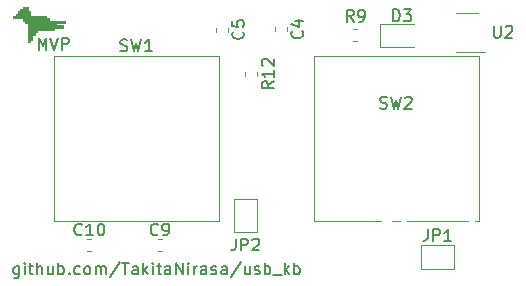
<source format=gto>
G04 #@! TF.GenerationSoftware,KiCad,Pcbnew,5.1.5+dfsg1-2build2*
G04 #@! TF.CreationDate,2021-10-11T18:11:35+03:00*
G04 #@! TF.ProjectId,usb_kb,7573625f-6b62-42e6-9b69-6361645f7063,rev?*
G04 #@! TF.SameCoordinates,Original*
G04 #@! TF.FileFunction,Legend,Top*
G04 #@! TF.FilePolarity,Positive*
%FSLAX46Y46*%
G04 Gerber Fmt 4.6, Leading zero omitted, Abs format (unit mm)*
G04 Created by KiCad (PCBNEW 5.1.5+dfsg1-2build2) date 2021-10-11 18:11:35*
%MOMM*%
%LPD*%
G04 APERTURE LIST*
%ADD10C,0.150000*%
%ADD11C,0.010000*%
%ADD12C,0.120000*%
%ADD13O,1.000000X2.100000*%
%ADD14C,0.650000*%
%ADD15O,1.000000X1.600000*%
%ADD16C,1.700000*%
%ADD17C,4.000000*%
%ADD18C,2.200000*%
%ADD19C,0.100000*%
%ADD20C,1.500000*%
%ADD21R,1.060000X0.650000*%
%ADD22O,1.700000X1.700000*%
%ADD23R,1.700000X1.700000*%
G04 APERTURE END LIST*
D10*
X163738095Y-70452380D02*
X163738095Y-69452380D01*
X164071428Y-70166666D01*
X164404761Y-69452380D01*
X164404761Y-70452380D01*
X164738095Y-69452380D02*
X165071428Y-70452380D01*
X165404761Y-69452380D01*
X165738095Y-70452380D02*
X165738095Y-69452380D01*
X166119047Y-69452380D01*
X166214285Y-69500000D01*
X166261904Y-69547619D01*
X166309523Y-69642857D01*
X166309523Y-69785714D01*
X166261904Y-69880952D01*
X166214285Y-69928571D01*
X166119047Y-69976190D01*
X165738095Y-69976190D01*
D11*
G36*
X162800000Y-67200000D02*
G01*
X163000000Y-67200000D01*
X163000000Y-67600000D01*
X164400000Y-67600000D01*
X164400000Y-67800000D01*
X164600000Y-67800000D01*
X164600000Y-68000000D01*
X166000000Y-68000000D01*
X166000000Y-68200000D01*
X165200000Y-68200000D01*
X165200000Y-68400000D01*
X165800000Y-68400000D01*
X165800000Y-68600000D01*
X165000000Y-68600000D01*
X165000000Y-68800000D01*
X163600000Y-68800000D01*
X163600000Y-69000000D01*
X163400000Y-69000000D01*
X163400000Y-69200000D01*
X163200000Y-69200000D01*
X163200000Y-69600000D01*
X163000000Y-69600000D01*
X163000000Y-69800000D01*
X162800000Y-69800000D01*
X162800000Y-68200000D01*
X162600000Y-68200000D01*
X162600000Y-68000000D01*
X162400000Y-68000000D01*
X162400000Y-67800000D01*
X161600000Y-67800000D01*
X161600000Y-67600000D01*
X161800000Y-67600000D01*
X161800000Y-67400000D01*
X162000000Y-67400000D01*
X162000000Y-67200000D01*
X162200000Y-67200000D01*
X162200000Y-67000000D01*
X162400000Y-67000000D01*
X162400000Y-66800000D01*
X162800000Y-66800000D01*
X162800000Y-67200000D01*
G37*
X162800000Y-67200000D02*
X163000000Y-67200000D01*
X163000000Y-67600000D01*
X164400000Y-67600000D01*
X164400000Y-67800000D01*
X164600000Y-67800000D01*
X164600000Y-68000000D01*
X166000000Y-68000000D01*
X166000000Y-68200000D01*
X165200000Y-68200000D01*
X165200000Y-68400000D01*
X165800000Y-68400000D01*
X165800000Y-68600000D01*
X165000000Y-68600000D01*
X165000000Y-68800000D01*
X163600000Y-68800000D01*
X163600000Y-69000000D01*
X163400000Y-69000000D01*
X163400000Y-69200000D01*
X163200000Y-69200000D01*
X163200000Y-69600000D01*
X163000000Y-69600000D01*
X163000000Y-69800000D01*
X162800000Y-69800000D01*
X162800000Y-68200000D01*
X162600000Y-68200000D01*
X162600000Y-68000000D01*
X162400000Y-68000000D01*
X162400000Y-67800000D01*
X161600000Y-67800000D01*
X161600000Y-67600000D01*
X161800000Y-67600000D01*
X161800000Y-67400000D01*
X162000000Y-67400000D01*
X162000000Y-67200000D01*
X162200000Y-67200000D01*
X162200000Y-67000000D01*
X162400000Y-67000000D01*
X162400000Y-66800000D01*
X162800000Y-66800000D01*
X162800000Y-67200000D01*
D10*
X162082142Y-88810714D02*
X162082142Y-89620238D01*
X162034523Y-89715476D01*
X161986904Y-89763095D01*
X161891666Y-89810714D01*
X161748809Y-89810714D01*
X161653571Y-89763095D01*
X162082142Y-89429761D02*
X161986904Y-89477380D01*
X161796428Y-89477380D01*
X161701190Y-89429761D01*
X161653571Y-89382142D01*
X161605952Y-89286904D01*
X161605952Y-89001190D01*
X161653571Y-88905952D01*
X161701190Y-88858333D01*
X161796428Y-88810714D01*
X161986904Y-88810714D01*
X162082142Y-88858333D01*
X162558333Y-89477380D02*
X162558333Y-88810714D01*
X162558333Y-88477380D02*
X162510714Y-88525000D01*
X162558333Y-88572619D01*
X162605952Y-88525000D01*
X162558333Y-88477380D01*
X162558333Y-88572619D01*
X162891666Y-88810714D02*
X163272619Y-88810714D01*
X163034523Y-88477380D02*
X163034523Y-89334523D01*
X163082142Y-89429761D01*
X163177380Y-89477380D01*
X163272619Y-89477380D01*
X163605952Y-89477380D02*
X163605952Y-88477380D01*
X164034523Y-89477380D02*
X164034523Y-88953571D01*
X163986904Y-88858333D01*
X163891666Y-88810714D01*
X163748809Y-88810714D01*
X163653571Y-88858333D01*
X163605952Y-88905952D01*
X164939285Y-88810714D02*
X164939285Y-89477380D01*
X164510714Y-88810714D02*
X164510714Y-89334523D01*
X164558333Y-89429761D01*
X164653571Y-89477380D01*
X164796428Y-89477380D01*
X164891666Y-89429761D01*
X164939285Y-89382142D01*
X165415476Y-89477380D02*
X165415476Y-88477380D01*
X165415476Y-88858333D02*
X165510714Y-88810714D01*
X165701190Y-88810714D01*
X165796428Y-88858333D01*
X165844047Y-88905952D01*
X165891666Y-89001190D01*
X165891666Y-89286904D01*
X165844047Y-89382142D01*
X165796428Y-89429761D01*
X165701190Y-89477380D01*
X165510714Y-89477380D01*
X165415476Y-89429761D01*
X166320238Y-89382142D02*
X166367857Y-89429761D01*
X166320238Y-89477380D01*
X166272619Y-89429761D01*
X166320238Y-89382142D01*
X166320238Y-89477380D01*
X167225000Y-89429761D02*
X167129761Y-89477380D01*
X166939285Y-89477380D01*
X166844047Y-89429761D01*
X166796428Y-89382142D01*
X166748809Y-89286904D01*
X166748809Y-89001190D01*
X166796428Y-88905952D01*
X166844047Y-88858333D01*
X166939285Y-88810714D01*
X167129761Y-88810714D01*
X167225000Y-88858333D01*
X167796428Y-89477380D02*
X167701190Y-89429761D01*
X167653571Y-89382142D01*
X167605952Y-89286904D01*
X167605952Y-89001190D01*
X167653571Y-88905952D01*
X167701190Y-88858333D01*
X167796428Y-88810714D01*
X167939285Y-88810714D01*
X168034523Y-88858333D01*
X168082142Y-88905952D01*
X168129761Y-89001190D01*
X168129761Y-89286904D01*
X168082142Y-89382142D01*
X168034523Y-89429761D01*
X167939285Y-89477380D01*
X167796428Y-89477380D01*
X168558333Y-89477380D02*
X168558333Y-88810714D01*
X168558333Y-88905952D02*
X168605952Y-88858333D01*
X168701190Y-88810714D01*
X168844047Y-88810714D01*
X168939285Y-88858333D01*
X168986904Y-88953571D01*
X168986904Y-89477380D01*
X168986904Y-88953571D02*
X169034523Y-88858333D01*
X169129761Y-88810714D01*
X169272619Y-88810714D01*
X169367857Y-88858333D01*
X169415476Y-88953571D01*
X169415476Y-89477380D01*
X170605952Y-88429761D02*
X169748809Y-89715476D01*
X170796428Y-88477380D02*
X171367857Y-88477380D01*
X171082142Y-89477380D02*
X171082142Y-88477380D01*
X172129761Y-89477380D02*
X172129761Y-88953571D01*
X172082142Y-88858333D01*
X171986904Y-88810714D01*
X171796428Y-88810714D01*
X171701190Y-88858333D01*
X172129761Y-89429761D02*
X172034523Y-89477380D01*
X171796428Y-89477380D01*
X171701190Y-89429761D01*
X171653571Y-89334523D01*
X171653571Y-89239285D01*
X171701190Y-89144047D01*
X171796428Y-89096428D01*
X172034523Y-89096428D01*
X172129761Y-89048809D01*
X172605952Y-89477380D02*
X172605952Y-88477380D01*
X172701190Y-89096428D02*
X172986904Y-89477380D01*
X172986904Y-88810714D02*
X172605952Y-89191666D01*
X173415476Y-89477380D02*
X173415476Y-88810714D01*
X173415476Y-88477380D02*
X173367857Y-88525000D01*
X173415476Y-88572619D01*
X173463095Y-88525000D01*
X173415476Y-88477380D01*
X173415476Y-88572619D01*
X173748809Y-88810714D02*
X174129761Y-88810714D01*
X173891666Y-88477380D02*
X173891666Y-89334523D01*
X173939285Y-89429761D01*
X174034523Y-89477380D01*
X174129761Y-89477380D01*
X174891666Y-89477380D02*
X174891666Y-88953571D01*
X174844047Y-88858333D01*
X174748809Y-88810714D01*
X174558333Y-88810714D01*
X174463095Y-88858333D01*
X174891666Y-89429761D02*
X174796428Y-89477380D01*
X174558333Y-89477380D01*
X174463095Y-89429761D01*
X174415476Y-89334523D01*
X174415476Y-89239285D01*
X174463095Y-89144047D01*
X174558333Y-89096428D01*
X174796428Y-89096428D01*
X174891666Y-89048809D01*
X175367857Y-89477380D02*
X175367857Y-88477380D01*
X175939285Y-89477380D01*
X175939285Y-88477380D01*
X176415476Y-89477380D02*
X176415476Y-88810714D01*
X176415476Y-88477380D02*
X176367857Y-88525000D01*
X176415476Y-88572619D01*
X176463095Y-88525000D01*
X176415476Y-88477380D01*
X176415476Y-88572619D01*
X176891666Y-89477380D02*
X176891666Y-88810714D01*
X176891666Y-89001190D02*
X176939285Y-88905952D01*
X176986904Y-88858333D01*
X177082142Y-88810714D01*
X177177380Y-88810714D01*
X177939285Y-89477380D02*
X177939285Y-88953571D01*
X177891666Y-88858333D01*
X177796428Y-88810714D01*
X177605952Y-88810714D01*
X177510714Y-88858333D01*
X177939285Y-89429761D02*
X177844047Y-89477380D01*
X177605952Y-89477380D01*
X177510714Y-89429761D01*
X177463095Y-89334523D01*
X177463095Y-89239285D01*
X177510714Y-89144047D01*
X177605952Y-89096428D01*
X177844047Y-89096428D01*
X177939285Y-89048809D01*
X178367857Y-89429761D02*
X178463095Y-89477380D01*
X178653571Y-89477380D01*
X178748809Y-89429761D01*
X178796428Y-89334523D01*
X178796428Y-89286904D01*
X178748809Y-89191666D01*
X178653571Y-89144047D01*
X178510714Y-89144047D01*
X178415476Y-89096428D01*
X178367857Y-89001190D01*
X178367857Y-88953571D01*
X178415476Y-88858333D01*
X178510714Y-88810714D01*
X178653571Y-88810714D01*
X178748809Y-88858333D01*
X179653571Y-89477380D02*
X179653571Y-88953571D01*
X179605952Y-88858333D01*
X179510714Y-88810714D01*
X179320238Y-88810714D01*
X179225000Y-88858333D01*
X179653571Y-89429761D02*
X179558333Y-89477380D01*
X179320238Y-89477380D01*
X179225000Y-89429761D01*
X179177380Y-89334523D01*
X179177380Y-89239285D01*
X179225000Y-89144047D01*
X179320238Y-89096428D01*
X179558333Y-89096428D01*
X179653571Y-89048809D01*
X180844047Y-88429761D02*
X179986904Y-89715476D01*
X181605952Y-88810714D02*
X181605952Y-89477380D01*
X181177380Y-88810714D02*
X181177380Y-89334523D01*
X181225000Y-89429761D01*
X181320238Y-89477380D01*
X181463095Y-89477380D01*
X181558333Y-89429761D01*
X181605952Y-89382142D01*
X182034523Y-89429761D02*
X182129761Y-89477380D01*
X182320238Y-89477380D01*
X182415476Y-89429761D01*
X182463095Y-89334523D01*
X182463095Y-89286904D01*
X182415476Y-89191666D01*
X182320238Y-89144047D01*
X182177380Y-89144047D01*
X182082142Y-89096428D01*
X182034523Y-89001190D01*
X182034523Y-88953571D01*
X182082142Y-88858333D01*
X182177380Y-88810714D01*
X182320238Y-88810714D01*
X182415476Y-88858333D01*
X182891666Y-89477380D02*
X182891666Y-88477380D01*
X182891666Y-88858333D02*
X182986904Y-88810714D01*
X183177380Y-88810714D01*
X183272619Y-88858333D01*
X183320238Y-88905952D01*
X183367857Y-89001190D01*
X183367857Y-89286904D01*
X183320238Y-89382142D01*
X183272619Y-89429761D01*
X183177380Y-89477380D01*
X182986904Y-89477380D01*
X182891666Y-89429761D01*
X183558333Y-89572619D02*
X184320238Y-89572619D01*
X184558333Y-89477380D02*
X184558333Y-88477380D01*
X184653571Y-89096428D02*
X184939285Y-89477380D01*
X184939285Y-88810714D02*
X184558333Y-89191666D01*
X185367857Y-89477380D02*
X185367857Y-88477380D01*
X185367857Y-88858333D02*
X185463095Y-88810714D01*
X185653571Y-88810714D01*
X185748809Y-88858333D01*
X185796428Y-88905952D01*
X185844047Y-89001190D01*
X185844047Y-89286904D01*
X185796428Y-89382142D01*
X185748809Y-89429761D01*
X185653571Y-89477380D01*
X185463095Y-89477380D01*
X185367857Y-89429761D01*
D12*
X187015000Y-84985000D02*
X187015000Y-71015000D01*
X200985000Y-84985000D02*
X187015000Y-84985000D01*
X200985000Y-71015000D02*
X200985000Y-84985000D01*
X187015000Y-71015000D02*
X200985000Y-71015000D01*
X181240000Y-72328733D02*
X181240000Y-72671267D01*
X182260000Y-72328733D02*
X182260000Y-72671267D01*
X190671267Y-68740000D02*
X190328733Y-68740000D01*
X190671267Y-69760000D02*
X190328733Y-69760000D01*
X167866233Y-87510000D02*
X168208767Y-87510000D01*
X167866233Y-86490000D02*
X168208767Y-86490000D01*
X174208767Y-86490000D02*
X173866233Y-86490000D01*
X174208767Y-87510000D02*
X173866233Y-87510000D01*
X178740000Y-68578733D02*
X178740000Y-68921267D01*
X179760000Y-68578733D02*
X179760000Y-68921267D01*
X183740000Y-68541233D02*
X183740000Y-68883767D01*
X184760000Y-68541233D02*
X184760000Y-68883767D01*
X199100000Y-70610000D02*
X201550000Y-70610000D01*
X200900000Y-67390000D02*
X199100000Y-67390000D01*
X165015000Y-84985000D02*
X165015000Y-71015000D01*
X178985000Y-84985000D02*
X165015000Y-84985000D01*
X178985000Y-71015000D02*
X178985000Y-84985000D01*
X165015000Y-71015000D02*
X178985000Y-71015000D01*
X180250000Y-85925000D02*
X180250000Y-83125000D01*
X180250000Y-83125000D02*
X182250000Y-83125000D01*
X182250000Y-83125000D02*
X182250000Y-85925000D01*
X182250000Y-85925000D02*
X180250000Y-85925000D01*
X196100000Y-87000000D02*
X198900000Y-87000000D01*
X198900000Y-87000000D02*
X198900000Y-89000000D01*
X198900000Y-89000000D02*
X196100000Y-89000000D01*
X196100000Y-89000000D02*
X196100000Y-87000000D01*
X192640000Y-70210000D02*
X195500000Y-70210000D01*
X192640000Y-68290000D02*
X192640000Y-70210000D01*
X195500000Y-68290000D02*
X192640000Y-68290000D01*
D10*
X192666666Y-75404761D02*
X192809523Y-75452380D01*
X193047619Y-75452380D01*
X193142857Y-75404761D01*
X193190476Y-75357142D01*
X193238095Y-75261904D01*
X193238095Y-75166666D01*
X193190476Y-75071428D01*
X193142857Y-75023809D01*
X193047619Y-74976190D01*
X192857142Y-74928571D01*
X192761904Y-74880952D01*
X192714285Y-74833333D01*
X192666666Y-74738095D01*
X192666666Y-74642857D01*
X192714285Y-74547619D01*
X192761904Y-74500000D01*
X192857142Y-74452380D01*
X193095238Y-74452380D01*
X193238095Y-74500000D01*
X193571428Y-74452380D02*
X193809523Y-75452380D01*
X194000000Y-74738095D01*
X194190476Y-75452380D01*
X194428571Y-74452380D01*
X194761904Y-74547619D02*
X194809523Y-74500000D01*
X194904761Y-74452380D01*
X195142857Y-74452380D01*
X195238095Y-74500000D01*
X195285714Y-74547619D01*
X195333333Y-74642857D01*
X195333333Y-74738095D01*
X195285714Y-74880952D01*
X194714285Y-75452380D01*
X195333333Y-75452380D01*
X183632380Y-73142857D02*
X183156190Y-73476190D01*
X183632380Y-73714285D02*
X182632380Y-73714285D01*
X182632380Y-73333333D01*
X182680000Y-73238095D01*
X182727619Y-73190476D01*
X182822857Y-73142857D01*
X182965714Y-73142857D01*
X183060952Y-73190476D01*
X183108571Y-73238095D01*
X183156190Y-73333333D01*
X183156190Y-73714285D01*
X183632380Y-72190476D02*
X183632380Y-72761904D01*
X183632380Y-72476190D02*
X182632380Y-72476190D01*
X182775238Y-72571428D01*
X182870476Y-72666666D01*
X182918095Y-72761904D01*
X182727619Y-71809523D02*
X182680000Y-71761904D01*
X182632380Y-71666666D01*
X182632380Y-71428571D01*
X182680000Y-71333333D01*
X182727619Y-71285714D01*
X182822857Y-71238095D01*
X182918095Y-71238095D01*
X183060952Y-71285714D01*
X183632380Y-71857142D01*
X183632380Y-71238095D01*
X190408333Y-68077380D02*
X190075000Y-67601190D01*
X189836904Y-68077380D02*
X189836904Y-67077380D01*
X190217857Y-67077380D01*
X190313095Y-67125000D01*
X190360714Y-67172619D01*
X190408333Y-67267857D01*
X190408333Y-67410714D01*
X190360714Y-67505952D01*
X190313095Y-67553571D01*
X190217857Y-67601190D01*
X189836904Y-67601190D01*
X190884523Y-68077380D02*
X191075000Y-68077380D01*
X191170238Y-68029761D01*
X191217857Y-67982142D01*
X191313095Y-67839285D01*
X191360714Y-67648809D01*
X191360714Y-67267857D01*
X191313095Y-67172619D01*
X191265476Y-67125000D01*
X191170238Y-67077380D01*
X190979761Y-67077380D01*
X190884523Y-67125000D01*
X190836904Y-67172619D01*
X190789285Y-67267857D01*
X190789285Y-67505952D01*
X190836904Y-67601190D01*
X190884523Y-67648809D01*
X190979761Y-67696428D01*
X191170238Y-67696428D01*
X191265476Y-67648809D01*
X191313095Y-67601190D01*
X191360714Y-67505952D01*
X167394642Y-86082142D02*
X167347023Y-86129761D01*
X167204166Y-86177380D01*
X167108928Y-86177380D01*
X166966071Y-86129761D01*
X166870833Y-86034523D01*
X166823214Y-85939285D01*
X166775595Y-85748809D01*
X166775595Y-85605952D01*
X166823214Y-85415476D01*
X166870833Y-85320238D01*
X166966071Y-85225000D01*
X167108928Y-85177380D01*
X167204166Y-85177380D01*
X167347023Y-85225000D01*
X167394642Y-85272619D01*
X168347023Y-86177380D02*
X167775595Y-86177380D01*
X168061309Y-86177380D02*
X168061309Y-85177380D01*
X167966071Y-85320238D01*
X167870833Y-85415476D01*
X167775595Y-85463095D01*
X168966071Y-85177380D02*
X169061309Y-85177380D01*
X169156547Y-85225000D01*
X169204166Y-85272619D01*
X169251785Y-85367857D01*
X169299404Y-85558333D01*
X169299404Y-85796428D01*
X169251785Y-85986904D01*
X169204166Y-86082142D01*
X169156547Y-86129761D01*
X169061309Y-86177380D01*
X168966071Y-86177380D01*
X168870833Y-86129761D01*
X168823214Y-86082142D01*
X168775595Y-85986904D01*
X168727976Y-85796428D01*
X168727976Y-85558333D01*
X168775595Y-85367857D01*
X168823214Y-85272619D01*
X168870833Y-85225000D01*
X168966071Y-85177380D01*
X173833333Y-86082142D02*
X173785714Y-86129761D01*
X173642857Y-86177380D01*
X173547619Y-86177380D01*
X173404761Y-86129761D01*
X173309523Y-86034523D01*
X173261904Y-85939285D01*
X173214285Y-85748809D01*
X173214285Y-85605952D01*
X173261904Y-85415476D01*
X173309523Y-85320238D01*
X173404761Y-85225000D01*
X173547619Y-85177380D01*
X173642857Y-85177380D01*
X173785714Y-85225000D01*
X173833333Y-85272619D01*
X174309523Y-86177380D02*
X174500000Y-86177380D01*
X174595238Y-86129761D01*
X174642857Y-86082142D01*
X174738095Y-85939285D01*
X174785714Y-85748809D01*
X174785714Y-85367857D01*
X174738095Y-85272619D01*
X174690476Y-85225000D01*
X174595238Y-85177380D01*
X174404761Y-85177380D01*
X174309523Y-85225000D01*
X174261904Y-85272619D01*
X174214285Y-85367857D01*
X174214285Y-85605952D01*
X174261904Y-85701190D01*
X174309523Y-85748809D01*
X174404761Y-85796428D01*
X174595238Y-85796428D01*
X174690476Y-85748809D01*
X174738095Y-85701190D01*
X174785714Y-85605952D01*
X181037142Y-68916666D02*
X181084761Y-68964285D01*
X181132380Y-69107142D01*
X181132380Y-69202380D01*
X181084761Y-69345238D01*
X180989523Y-69440476D01*
X180894285Y-69488095D01*
X180703809Y-69535714D01*
X180560952Y-69535714D01*
X180370476Y-69488095D01*
X180275238Y-69440476D01*
X180180000Y-69345238D01*
X180132380Y-69202380D01*
X180132380Y-69107142D01*
X180180000Y-68964285D01*
X180227619Y-68916666D01*
X180132380Y-68011904D02*
X180132380Y-68488095D01*
X180608571Y-68535714D01*
X180560952Y-68488095D01*
X180513333Y-68392857D01*
X180513333Y-68154761D01*
X180560952Y-68059523D01*
X180608571Y-68011904D01*
X180703809Y-67964285D01*
X180941904Y-67964285D01*
X181037142Y-68011904D01*
X181084761Y-68059523D01*
X181132380Y-68154761D01*
X181132380Y-68392857D01*
X181084761Y-68488095D01*
X181037142Y-68535714D01*
X186037142Y-68879166D02*
X186084761Y-68926785D01*
X186132380Y-69069642D01*
X186132380Y-69164880D01*
X186084761Y-69307738D01*
X185989523Y-69402976D01*
X185894285Y-69450595D01*
X185703809Y-69498214D01*
X185560952Y-69498214D01*
X185370476Y-69450595D01*
X185275238Y-69402976D01*
X185180000Y-69307738D01*
X185132380Y-69164880D01*
X185132380Y-69069642D01*
X185180000Y-68926785D01*
X185227619Y-68879166D01*
X185465714Y-68022023D02*
X186132380Y-68022023D01*
X185084761Y-68260119D02*
X185799047Y-68498214D01*
X185799047Y-67879166D01*
X202288095Y-68427380D02*
X202288095Y-69236904D01*
X202335714Y-69332142D01*
X202383333Y-69379761D01*
X202478571Y-69427380D01*
X202669047Y-69427380D01*
X202764285Y-69379761D01*
X202811904Y-69332142D01*
X202859523Y-69236904D01*
X202859523Y-68427380D01*
X203288095Y-68522619D02*
X203335714Y-68475000D01*
X203430952Y-68427380D01*
X203669047Y-68427380D01*
X203764285Y-68475000D01*
X203811904Y-68522619D01*
X203859523Y-68617857D01*
X203859523Y-68713095D01*
X203811904Y-68855952D01*
X203240476Y-69427380D01*
X203859523Y-69427380D01*
X170666666Y-70530761D02*
X170809523Y-70578380D01*
X171047619Y-70578380D01*
X171142857Y-70530761D01*
X171190476Y-70483142D01*
X171238095Y-70387904D01*
X171238095Y-70292666D01*
X171190476Y-70197428D01*
X171142857Y-70149809D01*
X171047619Y-70102190D01*
X170857142Y-70054571D01*
X170761904Y-70006952D01*
X170714285Y-69959333D01*
X170666666Y-69864095D01*
X170666666Y-69768857D01*
X170714285Y-69673619D01*
X170761904Y-69626000D01*
X170857142Y-69578380D01*
X171095238Y-69578380D01*
X171238095Y-69626000D01*
X171571428Y-69578380D02*
X171809523Y-70578380D01*
X172000000Y-69864095D01*
X172190476Y-70578380D01*
X172428571Y-69578380D01*
X173333333Y-70578380D02*
X172761904Y-70578380D01*
X173047619Y-70578380D02*
X173047619Y-69578380D01*
X172952380Y-69721238D01*
X172857142Y-69816476D01*
X172761904Y-69864095D01*
X180416666Y-86452380D02*
X180416666Y-87166666D01*
X180369047Y-87309523D01*
X180273809Y-87404761D01*
X180130952Y-87452380D01*
X180035714Y-87452380D01*
X180892857Y-87452380D02*
X180892857Y-86452380D01*
X181273809Y-86452380D01*
X181369047Y-86500000D01*
X181416666Y-86547619D01*
X181464285Y-86642857D01*
X181464285Y-86785714D01*
X181416666Y-86880952D01*
X181369047Y-86928571D01*
X181273809Y-86976190D01*
X180892857Y-86976190D01*
X181845238Y-86547619D02*
X181892857Y-86500000D01*
X181988095Y-86452380D01*
X182226190Y-86452380D01*
X182321428Y-86500000D01*
X182369047Y-86547619D01*
X182416666Y-86642857D01*
X182416666Y-86738095D01*
X182369047Y-86880952D01*
X181797619Y-87452380D01*
X182416666Y-87452380D01*
X196666666Y-85652380D02*
X196666666Y-86366666D01*
X196619047Y-86509523D01*
X196523809Y-86604761D01*
X196380952Y-86652380D01*
X196285714Y-86652380D01*
X197142857Y-86652380D02*
X197142857Y-85652380D01*
X197523809Y-85652380D01*
X197619047Y-85700000D01*
X197666666Y-85747619D01*
X197714285Y-85842857D01*
X197714285Y-85985714D01*
X197666666Y-86080952D01*
X197619047Y-86128571D01*
X197523809Y-86176190D01*
X197142857Y-86176190D01*
X198666666Y-86652380D02*
X198095238Y-86652380D01*
X198380952Y-86652380D02*
X198380952Y-85652380D01*
X198285714Y-85795238D01*
X198190476Y-85890476D01*
X198095238Y-85938095D01*
X193761904Y-68052380D02*
X193761904Y-67052380D01*
X194000000Y-67052380D01*
X194142857Y-67100000D01*
X194238095Y-67195238D01*
X194285714Y-67290476D01*
X194333333Y-67480952D01*
X194333333Y-67623809D01*
X194285714Y-67814285D01*
X194238095Y-67909523D01*
X194142857Y-68004761D01*
X194000000Y-68052380D01*
X193761904Y-68052380D01*
X194666666Y-67052380D02*
X195285714Y-67052380D01*
X194952380Y-67433333D01*
X195095238Y-67433333D01*
X195190476Y-67480952D01*
X195238095Y-67528571D01*
X195285714Y-67623809D01*
X195285714Y-67861904D01*
X195238095Y-67957142D01*
X195190476Y-68004761D01*
X195095238Y-68052380D01*
X194809523Y-68052380D01*
X194714285Y-68004761D01*
X194666666Y-67957142D01*
%LPC*%
D13*
X193230000Y-84315000D03*
X201870000Y-84315000D03*
D14*
X200440000Y-84845000D03*
D15*
X201870000Y-88495000D03*
D14*
X194660000Y-84845000D03*
D15*
X193230000Y-88495000D03*
D16*
X199080000Y-78000000D03*
X188920000Y-78000000D03*
D17*
X194000000Y-78000000D03*
D18*
X190190000Y-75460000D03*
X196540000Y-72920000D03*
D19*
G36*
X182010779Y-72851144D02*
G01*
X182033834Y-72854563D01*
X182056443Y-72860227D01*
X182078387Y-72868079D01*
X182099457Y-72878044D01*
X182119448Y-72890026D01*
X182138168Y-72903910D01*
X182155438Y-72919562D01*
X182171090Y-72936832D01*
X182184974Y-72955552D01*
X182196956Y-72975543D01*
X182206921Y-72996613D01*
X182214773Y-73018557D01*
X182220437Y-73041166D01*
X182223856Y-73064221D01*
X182225000Y-73087500D01*
X182225000Y-73662500D01*
X182223856Y-73685779D01*
X182220437Y-73708834D01*
X182214773Y-73731443D01*
X182206921Y-73753387D01*
X182196956Y-73774457D01*
X182184974Y-73794448D01*
X182171090Y-73813168D01*
X182155438Y-73830438D01*
X182138168Y-73846090D01*
X182119448Y-73859974D01*
X182099457Y-73871956D01*
X182078387Y-73881921D01*
X182056443Y-73889773D01*
X182033834Y-73895437D01*
X182010779Y-73898856D01*
X181987500Y-73900000D01*
X181512500Y-73900000D01*
X181489221Y-73898856D01*
X181466166Y-73895437D01*
X181443557Y-73889773D01*
X181421613Y-73881921D01*
X181400543Y-73871956D01*
X181380552Y-73859974D01*
X181361832Y-73846090D01*
X181344562Y-73830438D01*
X181328910Y-73813168D01*
X181315026Y-73794448D01*
X181303044Y-73774457D01*
X181293079Y-73753387D01*
X181285227Y-73731443D01*
X181279563Y-73708834D01*
X181276144Y-73685779D01*
X181275000Y-73662500D01*
X181275000Y-73087500D01*
X181276144Y-73064221D01*
X181279563Y-73041166D01*
X181285227Y-73018557D01*
X181293079Y-72996613D01*
X181303044Y-72975543D01*
X181315026Y-72955552D01*
X181328910Y-72936832D01*
X181344562Y-72919562D01*
X181361832Y-72903910D01*
X181380552Y-72890026D01*
X181400543Y-72878044D01*
X181421613Y-72868079D01*
X181443557Y-72860227D01*
X181466166Y-72854563D01*
X181489221Y-72851144D01*
X181512500Y-72850000D01*
X181987500Y-72850000D01*
X182010779Y-72851144D01*
G37*
G36*
X182010779Y-71101144D02*
G01*
X182033834Y-71104563D01*
X182056443Y-71110227D01*
X182078387Y-71118079D01*
X182099457Y-71128044D01*
X182119448Y-71140026D01*
X182138168Y-71153910D01*
X182155438Y-71169562D01*
X182171090Y-71186832D01*
X182184974Y-71205552D01*
X182196956Y-71225543D01*
X182206921Y-71246613D01*
X182214773Y-71268557D01*
X182220437Y-71291166D01*
X182223856Y-71314221D01*
X182225000Y-71337500D01*
X182225000Y-71912500D01*
X182223856Y-71935779D01*
X182220437Y-71958834D01*
X182214773Y-71981443D01*
X182206921Y-72003387D01*
X182196956Y-72024457D01*
X182184974Y-72044448D01*
X182171090Y-72063168D01*
X182155438Y-72080438D01*
X182138168Y-72096090D01*
X182119448Y-72109974D01*
X182099457Y-72121956D01*
X182078387Y-72131921D01*
X182056443Y-72139773D01*
X182033834Y-72145437D01*
X182010779Y-72148856D01*
X181987500Y-72150000D01*
X181512500Y-72150000D01*
X181489221Y-72148856D01*
X181466166Y-72145437D01*
X181443557Y-72139773D01*
X181421613Y-72131921D01*
X181400543Y-72121956D01*
X181380552Y-72109974D01*
X181361832Y-72096090D01*
X181344562Y-72080438D01*
X181328910Y-72063168D01*
X181315026Y-72044448D01*
X181303044Y-72024457D01*
X181293079Y-72003387D01*
X181285227Y-71981443D01*
X181279563Y-71958834D01*
X181276144Y-71935779D01*
X181275000Y-71912500D01*
X181275000Y-71337500D01*
X181276144Y-71314221D01*
X181279563Y-71291166D01*
X181285227Y-71268557D01*
X181293079Y-71246613D01*
X181303044Y-71225543D01*
X181315026Y-71205552D01*
X181328910Y-71186832D01*
X181344562Y-71169562D01*
X181361832Y-71153910D01*
X181380552Y-71140026D01*
X181400543Y-71128044D01*
X181421613Y-71118079D01*
X181443557Y-71110227D01*
X181466166Y-71104563D01*
X181489221Y-71101144D01*
X181512500Y-71100000D01*
X181987500Y-71100000D01*
X182010779Y-71101144D01*
G37*
G36*
X189935779Y-68776144D02*
G01*
X189958834Y-68779563D01*
X189981443Y-68785227D01*
X190003387Y-68793079D01*
X190024457Y-68803044D01*
X190044448Y-68815026D01*
X190063168Y-68828910D01*
X190080438Y-68844562D01*
X190096090Y-68861832D01*
X190109974Y-68880552D01*
X190121956Y-68900543D01*
X190131921Y-68921613D01*
X190139773Y-68943557D01*
X190145437Y-68966166D01*
X190148856Y-68989221D01*
X190150000Y-69012500D01*
X190150000Y-69487500D01*
X190148856Y-69510779D01*
X190145437Y-69533834D01*
X190139773Y-69556443D01*
X190131921Y-69578387D01*
X190121956Y-69599457D01*
X190109974Y-69619448D01*
X190096090Y-69638168D01*
X190080438Y-69655438D01*
X190063168Y-69671090D01*
X190044448Y-69684974D01*
X190024457Y-69696956D01*
X190003387Y-69706921D01*
X189981443Y-69714773D01*
X189958834Y-69720437D01*
X189935779Y-69723856D01*
X189912500Y-69725000D01*
X189337500Y-69725000D01*
X189314221Y-69723856D01*
X189291166Y-69720437D01*
X189268557Y-69714773D01*
X189246613Y-69706921D01*
X189225543Y-69696956D01*
X189205552Y-69684974D01*
X189186832Y-69671090D01*
X189169562Y-69655438D01*
X189153910Y-69638168D01*
X189140026Y-69619448D01*
X189128044Y-69599457D01*
X189118079Y-69578387D01*
X189110227Y-69556443D01*
X189104563Y-69533834D01*
X189101144Y-69510779D01*
X189100000Y-69487500D01*
X189100000Y-69012500D01*
X189101144Y-68989221D01*
X189104563Y-68966166D01*
X189110227Y-68943557D01*
X189118079Y-68921613D01*
X189128044Y-68900543D01*
X189140026Y-68880552D01*
X189153910Y-68861832D01*
X189169562Y-68844562D01*
X189186832Y-68828910D01*
X189205552Y-68815026D01*
X189225543Y-68803044D01*
X189246613Y-68793079D01*
X189268557Y-68785227D01*
X189291166Y-68779563D01*
X189314221Y-68776144D01*
X189337500Y-68775000D01*
X189912500Y-68775000D01*
X189935779Y-68776144D01*
G37*
G36*
X191685779Y-68776144D02*
G01*
X191708834Y-68779563D01*
X191731443Y-68785227D01*
X191753387Y-68793079D01*
X191774457Y-68803044D01*
X191794448Y-68815026D01*
X191813168Y-68828910D01*
X191830438Y-68844562D01*
X191846090Y-68861832D01*
X191859974Y-68880552D01*
X191871956Y-68900543D01*
X191881921Y-68921613D01*
X191889773Y-68943557D01*
X191895437Y-68966166D01*
X191898856Y-68989221D01*
X191900000Y-69012500D01*
X191900000Y-69487500D01*
X191898856Y-69510779D01*
X191895437Y-69533834D01*
X191889773Y-69556443D01*
X191881921Y-69578387D01*
X191871956Y-69599457D01*
X191859974Y-69619448D01*
X191846090Y-69638168D01*
X191830438Y-69655438D01*
X191813168Y-69671090D01*
X191794448Y-69684974D01*
X191774457Y-69696956D01*
X191753387Y-69706921D01*
X191731443Y-69714773D01*
X191708834Y-69720437D01*
X191685779Y-69723856D01*
X191662500Y-69725000D01*
X191087500Y-69725000D01*
X191064221Y-69723856D01*
X191041166Y-69720437D01*
X191018557Y-69714773D01*
X190996613Y-69706921D01*
X190975543Y-69696956D01*
X190955552Y-69684974D01*
X190936832Y-69671090D01*
X190919562Y-69655438D01*
X190903910Y-69638168D01*
X190890026Y-69619448D01*
X190878044Y-69599457D01*
X190868079Y-69578387D01*
X190860227Y-69556443D01*
X190854563Y-69533834D01*
X190851144Y-69510779D01*
X190850000Y-69487500D01*
X190850000Y-69012500D01*
X190851144Y-68989221D01*
X190854563Y-68966166D01*
X190860227Y-68943557D01*
X190868079Y-68921613D01*
X190878044Y-68900543D01*
X190890026Y-68880552D01*
X190903910Y-68861832D01*
X190919562Y-68844562D01*
X190936832Y-68828910D01*
X190955552Y-68815026D01*
X190975543Y-68803044D01*
X190996613Y-68793079D01*
X191018557Y-68785227D01*
X191041166Y-68779563D01*
X191064221Y-68776144D01*
X191087500Y-68775000D01*
X191662500Y-68775000D01*
X191685779Y-68776144D01*
G37*
G36*
X169223279Y-86526144D02*
G01*
X169246334Y-86529563D01*
X169268943Y-86535227D01*
X169290887Y-86543079D01*
X169311957Y-86553044D01*
X169331948Y-86565026D01*
X169350668Y-86578910D01*
X169367938Y-86594562D01*
X169383590Y-86611832D01*
X169397474Y-86630552D01*
X169409456Y-86650543D01*
X169419421Y-86671613D01*
X169427273Y-86693557D01*
X169432937Y-86716166D01*
X169436356Y-86739221D01*
X169437500Y-86762500D01*
X169437500Y-87237500D01*
X169436356Y-87260779D01*
X169432937Y-87283834D01*
X169427273Y-87306443D01*
X169419421Y-87328387D01*
X169409456Y-87349457D01*
X169397474Y-87369448D01*
X169383590Y-87388168D01*
X169367938Y-87405438D01*
X169350668Y-87421090D01*
X169331948Y-87434974D01*
X169311957Y-87446956D01*
X169290887Y-87456921D01*
X169268943Y-87464773D01*
X169246334Y-87470437D01*
X169223279Y-87473856D01*
X169200000Y-87475000D01*
X168625000Y-87475000D01*
X168601721Y-87473856D01*
X168578666Y-87470437D01*
X168556057Y-87464773D01*
X168534113Y-87456921D01*
X168513043Y-87446956D01*
X168493052Y-87434974D01*
X168474332Y-87421090D01*
X168457062Y-87405438D01*
X168441410Y-87388168D01*
X168427526Y-87369448D01*
X168415544Y-87349457D01*
X168405579Y-87328387D01*
X168397727Y-87306443D01*
X168392063Y-87283834D01*
X168388644Y-87260779D01*
X168387500Y-87237500D01*
X168387500Y-86762500D01*
X168388644Y-86739221D01*
X168392063Y-86716166D01*
X168397727Y-86693557D01*
X168405579Y-86671613D01*
X168415544Y-86650543D01*
X168427526Y-86630552D01*
X168441410Y-86611832D01*
X168457062Y-86594562D01*
X168474332Y-86578910D01*
X168493052Y-86565026D01*
X168513043Y-86553044D01*
X168534113Y-86543079D01*
X168556057Y-86535227D01*
X168578666Y-86529563D01*
X168601721Y-86526144D01*
X168625000Y-86525000D01*
X169200000Y-86525000D01*
X169223279Y-86526144D01*
G37*
G36*
X167473279Y-86526144D02*
G01*
X167496334Y-86529563D01*
X167518943Y-86535227D01*
X167540887Y-86543079D01*
X167561957Y-86553044D01*
X167581948Y-86565026D01*
X167600668Y-86578910D01*
X167617938Y-86594562D01*
X167633590Y-86611832D01*
X167647474Y-86630552D01*
X167659456Y-86650543D01*
X167669421Y-86671613D01*
X167677273Y-86693557D01*
X167682937Y-86716166D01*
X167686356Y-86739221D01*
X167687500Y-86762500D01*
X167687500Y-87237500D01*
X167686356Y-87260779D01*
X167682937Y-87283834D01*
X167677273Y-87306443D01*
X167669421Y-87328387D01*
X167659456Y-87349457D01*
X167647474Y-87369448D01*
X167633590Y-87388168D01*
X167617938Y-87405438D01*
X167600668Y-87421090D01*
X167581948Y-87434974D01*
X167561957Y-87446956D01*
X167540887Y-87456921D01*
X167518943Y-87464773D01*
X167496334Y-87470437D01*
X167473279Y-87473856D01*
X167450000Y-87475000D01*
X166875000Y-87475000D01*
X166851721Y-87473856D01*
X166828666Y-87470437D01*
X166806057Y-87464773D01*
X166784113Y-87456921D01*
X166763043Y-87446956D01*
X166743052Y-87434974D01*
X166724332Y-87421090D01*
X166707062Y-87405438D01*
X166691410Y-87388168D01*
X166677526Y-87369448D01*
X166665544Y-87349457D01*
X166655579Y-87328387D01*
X166647727Y-87306443D01*
X166642063Y-87283834D01*
X166638644Y-87260779D01*
X166637500Y-87237500D01*
X166637500Y-86762500D01*
X166638644Y-86739221D01*
X166642063Y-86716166D01*
X166647727Y-86693557D01*
X166655579Y-86671613D01*
X166665544Y-86650543D01*
X166677526Y-86630552D01*
X166691410Y-86611832D01*
X166707062Y-86594562D01*
X166724332Y-86578910D01*
X166743052Y-86565026D01*
X166763043Y-86553044D01*
X166784113Y-86543079D01*
X166806057Y-86535227D01*
X166828666Y-86529563D01*
X166851721Y-86526144D01*
X166875000Y-86525000D01*
X167450000Y-86525000D01*
X167473279Y-86526144D01*
G37*
G36*
X173473279Y-86526144D02*
G01*
X173496334Y-86529563D01*
X173518943Y-86535227D01*
X173540887Y-86543079D01*
X173561957Y-86553044D01*
X173581948Y-86565026D01*
X173600668Y-86578910D01*
X173617938Y-86594562D01*
X173633590Y-86611832D01*
X173647474Y-86630552D01*
X173659456Y-86650543D01*
X173669421Y-86671613D01*
X173677273Y-86693557D01*
X173682937Y-86716166D01*
X173686356Y-86739221D01*
X173687500Y-86762500D01*
X173687500Y-87237500D01*
X173686356Y-87260779D01*
X173682937Y-87283834D01*
X173677273Y-87306443D01*
X173669421Y-87328387D01*
X173659456Y-87349457D01*
X173647474Y-87369448D01*
X173633590Y-87388168D01*
X173617938Y-87405438D01*
X173600668Y-87421090D01*
X173581948Y-87434974D01*
X173561957Y-87446956D01*
X173540887Y-87456921D01*
X173518943Y-87464773D01*
X173496334Y-87470437D01*
X173473279Y-87473856D01*
X173450000Y-87475000D01*
X172875000Y-87475000D01*
X172851721Y-87473856D01*
X172828666Y-87470437D01*
X172806057Y-87464773D01*
X172784113Y-87456921D01*
X172763043Y-87446956D01*
X172743052Y-87434974D01*
X172724332Y-87421090D01*
X172707062Y-87405438D01*
X172691410Y-87388168D01*
X172677526Y-87369448D01*
X172665544Y-87349457D01*
X172655579Y-87328387D01*
X172647727Y-87306443D01*
X172642063Y-87283834D01*
X172638644Y-87260779D01*
X172637500Y-87237500D01*
X172637500Y-86762500D01*
X172638644Y-86739221D01*
X172642063Y-86716166D01*
X172647727Y-86693557D01*
X172655579Y-86671613D01*
X172665544Y-86650543D01*
X172677526Y-86630552D01*
X172691410Y-86611832D01*
X172707062Y-86594562D01*
X172724332Y-86578910D01*
X172743052Y-86565026D01*
X172763043Y-86553044D01*
X172784113Y-86543079D01*
X172806057Y-86535227D01*
X172828666Y-86529563D01*
X172851721Y-86526144D01*
X172875000Y-86525000D01*
X173450000Y-86525000D01*
X173473279Y-86526144D01*
G37*
G36*
X175223279Y-86526144D02*
G01*
X175246334Y-86529563D01*
X175268943Y-86535227D01*
X175290887Y-86543079D01*
X175311957Y-86553044D01*
X175331948Y-86565026D01*
X175350668Y-86578910D01*
X175367938Y-86594562D01*
X175383590Y-86611832D01*
X175397474Y-86630552D01*
X175409456Y-86650543D01*
X175419421Y-86671613D01*
X175427273Y-86693557D01*
X175432937Y-86716166D01*
X175436356Y-86739221D01*
X175437500Y-86762500D01*
X175437500Y-87237500D01*
X175436356Y-87260779D01*
X175432937Y-87283834D01*
X175427273Y-87306443D01*
X175419421Y-87328387D01*
X175409456Y-87349457D01*
X175397474Y-87369448D01*
X175383590Y-87388168D01*
X175367938Y-87405438D01*
X175350668Y-87421090D01*
X175331948Y-87434974D01*
X175311957Y-87446956D01*
X175290887Y-87456921D01*
X175268943Y-87464773D01*
X175246334Y-87470437D01*
X175223279Y-87473856D01*
X175200000Y-87475000D01*
X174625000Y-87475000D01*
X174601721Y-87473856D01*
X174578666Y-87470437D01*
X174556057Y-87464773D01*
X174534113Y-87456921D01*
X174513043Y-87446956D01*
X174493052Y-87434974D01*
X174474332Y-87421090D01*
X174457062Y-87405438D01*
X174441410Y-87388168D01*
X174427526Y-87369448D01*
X174415544Y-87349457D01*
X174405579Y-87328387D01*
X174397727Y-87306443D01*
X174392063Y-87283834D01*
X174388644Y-87260779D01*
X174387500Y-87237500D01*
X174387500Y-86762500D01*
X174388644Y-86739221D01*
X174392063Y-86716166D01*
X174397727Y-86693557D01*
X174405579Y-86671613D01*
X174415544Y-86650543D01*
X174427526Y-86630552D01*
X174441410Y-86611832D01*
X174457062Y-86594562D01*
X174474332Y-86578910D01*
X174493052Y-86565026D01*
X174513043Y-86553044D01*
X174534113Y-86543079D01*
X174556057Y-86535227D01*
X174578666Y-86529563D01*
X174601721Y-86526144D01*
X174625000Y-86525000D01*
X175200000Y-86525000D01*
X175223279Y-86526144D01*
G37*
G36*
X179510779Y-69101144D02*
G01*
X179533834Y-69104563D01*
X179556443Y-69110227D01*
X179578387Y-69118079D01*
X179599457Y-69128044D01*
X179619448Y-69140026D01*
X179638168Y-69153910D01*
X179655438Y-69169562D01*
X179671090Y-69186832D01*
X179684974Y-69205552D01*
X179696956Y-69225543D01*
X179706921Y-69246613D01*
X179714773Y-69268557D01*
X179720437Y-69291166D01*
X179723856Y-69314221D01*
X179725000Y-69337500D01*
X179725000Y-69912500D01*
X179723856Y-69935779D01*
X179720437Y-69958834D01*
X179714773Y-69981443D01*
X179706921Y-70003387D01*
X179696956Y-70024457D01*
X179684974Y-70044448D01*
X179671090Y-70063168D01*
X179655438Y-70080438D01*
X179638168Y-70096090D01*
X179619448Y-70109974D01*
X179599457Y-70121956D01*
X179578387Y-70131921D01*
X179556443Y-70139773D01*
X179533834Y-70145437D01*
X179510779Y-70148856D01*
X179487500Y-70150000D01*
X179012500Y-70150000D01*
X178989221Y-70148856D01*
X178966166Y-70145437D01*
X178943557Y-70139773D01*
X178921613Y-70131921D01*
X178900543Y-70121956D01*
X178880552Y-70109974D01*
X178861832Y-70096090D01*
X178844562Y-70080438D01*
X178828910Y-70063168D01*
X178815026Y-70044448D01*
X178803044Y-70024457D01*
X178793079Y-70003387D01*
X178785227Y-69981443D01*
X178779563Y-69958834D01*
X178776144Y-69935779D01*
X178775000Y-69912500D01*
X178775000Y-69337500D01*
X178776144Y-69314221D01*
X178779563Y-69291166D01*
X178785227Y-69268557D01*
X178793079Y-69246613D01*
X178803044Y-69225543D01*
X178815026Y-69205552D01*
X178828910Y-69186832D01*
X178844562Y-69169562D01*
X178861832Y-69153910D01*
X178880552Y-69140026D01*
X178900543Y-69128044D01*
X178921613Y-69118079D01*
X178943557Y-69110227D01*
X178966166Y-69104563D01*
X178989221Y-69101144D01*
X179012500Y-69100000D01*
X179487500Y-69100000D01*
X179510779Y-69101144D01*
G37*
G36*
X179510779Y-67351144D02*
G01*
X179533834Y-67354563D01*
X179556443Y-67360227D01*
X179578387Y-67368079D01*
X179599457Y-67378044D01*
X179619448Y-67390026D01*
X179638168Y-67403910D01*
X179655438Y-67419562D01*
X179671090Y-67436832D01*
X179684974Y-67455552D01*
X179696956Y-67475543D01*
X179706921Y-67496613D01*
X179714773Y-67518557D01*
X179720437Y-67541166D01*
X179723856Y-67564221D01*
X179725000Y-67587500D01*
X179725000Y-68162500D01*
X179723856Y-68185779D01*
X179720437Y-68208834D01*
X179714773Y-68231443D01*
X179706921Y-68253387D01*
X179696956Y-68274457D01*
X179684974Y-68294448D01*
X179671090Y-68313168D01*
X179655438Y-68330438D01*
X179638168Y-68346090D01*
X179619448Y-68359974D01*
X179599457Y-68371956D01*
X179578387Y-68381921D01*
X179556443Y-68389773D01*
X179533834Y-68395437D01*
X179510779Y-68398856D01*
X179487500Y-68400000D01*
X179012500Y-68400000D01*
X178989221Y-68398856D01*
X178966166Y-68395437D01*
X178943557Y-68389773D01*
X178921613Y-68381921D01*
X178900543Y-68371956D01*
X178880552Y-68359974D01*
X178861832Y-68346090D01*
X178844562Y-68330438D01*
X178828910Y-68313168D01*
X178815026Y-68294448D01*
X178803044Y-68274457D01*
X178793079Y-68253387D01*
X178785227Y-68231443D01*
X178779563Y-68208834D01*
X178776144Y-68185779D01*
X178775000Y-68162500D01*
X178775000Y-67587500D01*
X178776144Y-67564221D01*
X178779563Y-67541166D01*
X178785227Y-67518557D01*
X178793079Y-67496613D01*
X178803044Y-67475543D01*
X178815026Y-67455552D01*
X178828910Y-67436832D01*
X178844562Y-67419562D01*
X178861832Y-67403910D01*
X178880552Y-67390026D01*
X178900543Y-67378044D01*
X178921613Y-67368079D01*
X178943557Y-67360227D01*
X178966166Y-67354563D01*
X178989221Y-67351144D01*
X179012500Y-67350000D01*
X179487500Y-67350000D01*
X179510779Y-67351144D01*
G37*
G36*
X184510779Y-69063644D02*
G01*
X184533834Y-69067063D01*
X184556443Y-69072727D01*
X184578387Y-69080579D01*
X184599457Y-69090544D01*
X184619448Y-69102526D01*
X184638168Y-69116410D01*
X184655438Y-69132062D01*
X184671090Y-69149332D01*
X184684974Y-69168052D01*
X184696956Y-69188043D01*
X184706921Y-69209113D01*
X184714773Y-69231057D01*
X184720437Y-69253666D01*
X184723856Y-69276721D01*
X184725000Y-69300000D01*
X184725000Y-69875000D01*
X184723856Y-69898279D01*
X184720437Y-69921334D01*
X184714773Y-69943943D01*
X184706921Y-69965887D01*
X184696956Y-69986957D01*
X184684974Y-70006948D01*
X184671090Y-70025668D01*
X184655438Y-70042938D01*
X184638168Y-70058590D01*
X184619448Y-70072474D01*
X184599457Y-70084456D01*
X184578387Y-70094421D01*
X184556443Y-70102273D01*
X184533834Y-70107937D01*
X184510779Y-70111356D01*
X184487500Y-70112500D01*
X184012500Y-70112500D01*
X183989221Y-70111356D01*
X183966166Y-70107937D01*
X183943557Y-70102273D01*
X183921613Y-70094421D01*
X183900543Y-70084456D01*
X183880552Y-70072474D01*
X183861832Y-70058590D01*
X183844562Y-70042938D01*
X183828910Y-70025668D01*
X183815026Y-70006948D01*
X183803044Y-69986957D01*
X183793079Y-69965887D01*
X183785227Y-69943943D01*
X183779563Y-69921334D01*
X183776144Y-69898279D01*
X183775000Y-69875000D01*
X183775000Y-69300000D01*
X183776144Y-69276721D01*
X183779563Y-69253666D01*
X183785227Y-69231057D01*
X183793079Y-69209113D01*
X183803044Y-69188043D01*
X183815026Y-69168052D01*
X183828910Y-69149332D01*
X183844562Y-69132062D01*
X183861832Y-69116410D01*
X183880552Y-69102526D01*
X183900543Y-69090544D01*
X183921613Y-69080579D01*
X183943557Y-69072727D01*
X183966166Y-69067063D01*
X183989221Y-69063644D01*
X184012500Y-69062500D01*
X184487500Y-69062500D01*
X184510779Y-69063644D01*
G37*
G36*
X184510779Y-67313644D02*
G01*
X184533834Y-67317063D01*
X184556443Y-67322727D01*
X184578387Y-67330579D01*
X184599457Y-67340544D01*
X184619448Y-67352526D01*
X184638168Y-67366410D01*
X184655438Y-67382062D01*
X184671090Y-67399332D01*
X184684974Y-67418052D01*
X184696956Y-67438043D01*
X184706921Y-67459113D01*
X184714773Y-67481057D01*
X184720437Y-67503666D01*
X184723856Y-67526721D01*
X184725000Y-67550000D01*
X184725000Y-68125000D01*
X184723856Y-68148279D01*
X184720437Y-68171334D01*
X184714773Y-68193943D01*
X184706921Y-68215887D01*
X184696956Y-68236957D01*
X184684974Y-68256948D01*
X184671090Y-68275668D01*
X184655438Y-68292938D01*
X184638168Y-68308590D01*
X184619448Y-68322474D01*
X184599457Y-68334456D01*
X184578387Y-68344421D01*
X184556443Y-68352273D01*
X184533834Y-68357937D01*
X184510779Y-68361356D01*
X184487500Y-68362500D01*
X184012500Y-68362500D01*
X183989221Y-68361356D01*
X183966166Y-68357937D01*
X183943557Y-68352273D01*
X183921613Y-68344421D01*
X183900543Y-68334456D01*
X183880552Y-68322474D01*
X183861832Y-68308590D01*
X183844562Y-68292938D01*
X183828910Y-68275668D01*
X183815026Y-68256948D01*
X183803044Y-68236957D01*
X183793079Y-68215887D01*
X183785227Y-68193943D01*
X183779563Y-68171334D01*
X183776144Y-68148279D01*
X183775000Y-68125000D01*
X183775000Y-67550000D01*
X183776144Y-67526721D01*
X183779563Y-67503666D01*
X183785227Y-67481057D01*
X183793079Y-67459113D01*
X183803044Y-67438043D01*
X183815026Y-67418052D01*
X183828910Y-67399332D01*
X183844562Y-67382062D01*
X183861832Y-67366410D01*
X183880552Y-67352526D01*
X183900543Y-67340544D01*
X183921613Y-67330579D01*
X183943557Y-67322727D01*
X183966166Y-67317063D01*
X183989221Y-67313644D01*
X184012500Y-67312500D01*
X184487500Y-67312500D01*
X184510779Y-67313644D01*
G37*
D20*
X168620000Y-83500000D03*
X173500000Y-83500000D03*
D21*
X198900000Y-69000000D03*
X198900000Y-69950000D03*
X198900000Y-68050000D03*
X201100000Y-68050000D03*
X201100000Y-69000000D03*
X201100000Y-69950000D03*
D16*
X177080000Y-78000000D03*
X166920000Y-78000000D03*
D17*
X172000000Y-78000000D03*
D18*
X168190000Y-75460000D03*
X174540000Y-72920000D03*
D19*
G36*
X181250000Y-84250000D02*
G01*
X182000000Y-84750000D01*
X182000000Y-85750000D01*
X180500000Y-85750000D01*
X180500000Y-84750000D01*
X181250000Y-84250000D01*
G37*
G36*
X182000000Y-83300000D02*
G01*
X182000000Y-84450000D01*
X181250000Y-83950000D01*
X180500000Y-84450000D01*
X180500000Y-83300000D01*
X182000000Y-83300000D01*
G37*
G36*
X197775000Y-88000000D02*
G01*
X197275000Y-88750000D01*
X196275000Y-88750000D01*
X196275000Y-87250000D01*
X197275000Y-87250000D01*
X197775000Y-88000000D01*
G37*
G36*
X198725000Y-88750000D02*
G01*
X197575000Y-88750000D01*
X198075000Y-88000000D01*
X197575000Y-87250000D01*
X198725000Y-87250000D01*
X198725000Y-88750000D01*
G37*
D22*
X162000000Y-80080000D03*
X162000000Y-77540000D03*
X162000000Y-75000000D03*
D23*
X162000000Y-72460000D03*
D19*
G36*
X195874505Y-68551204D02*
G01*
X195898773Y-68554804D01*
X195922572Y-68560765D01*
X195945671Y-68569030D01*
X195967850Y-68579520D01*
X195988893Y-68592132D01*
X196008599Y-68606747D01*
X196026777Y-68623223D01*
X196043253Y-68641401D01*
X196057868Y-68661107D01*
X196070480Y-68682150D01*
X196080970Y-68704329D01*
X196089235Y-68727428D01*
X196095196Y-68751227D01*
X196098796Y-68775495D01*
X196100000Y-68799999D01*
X196100000Y-69700001D01*
X196098796Y-69724505D01*
X196095196Y-69748773D01*
X196089235Y-69772572D01*
X196080970Y-69795671D01*
X196070480Y-69817850D01*
X196057868Y-69838893D01*
X196043253Y-69858599D01*
X196026777Y-69876777D01*
X196008599Y-69893253D01*
X195988893Y-69907868D01*
X195967850Y-69920480D01*
X195945671Y-69930970D01*
X195922572Y-69939235D01*
X195898773Y-69945196D01*
X195874505Y-69948796D01*
X195850001Y-69950000D01*
X195199999Y-69950000D01*
X195175495Y-69948796D01*
X195151227Y-69945196D01*
X195127428Y-69939235D01*
X195104329Y-69930970D01*
X195082150Y-69920480D01*
X195061107Y-69907868D01*
X195041401Y-69893253D01*
X195023223Y-69876777D01*
X195006747Y-69858599D01*
X194992132Y-69838893D01*
X194979520Y-69817850D01*
X194969030Y-69795671D01*
X194960765Y-69772572D01*
X194954804Y-69748773D01*
X194951204Y-69724505D01*
X194950000Y-69700001D01*
X194950000Y-68799999D01*
X194951204Y-68775495D01*
X194954804Y-68751227D01*
X194960765Y-68727428D01*
X194969030Y-68704329D01*
X194979520Y-68682150D01*
X194992132Y-68661107D01*
X195006747Y-68641401D01*
X195023223Y-68623223D01*
X195041401Y-68606747D01*
X195061107Y-68592132D01*
X195082150Y-68579520D01*
X195104329Y-68569030D01*
X195127428Y-68560765D01*
X195151227Y-68554804D01*
X195175495Y-68551204D01*
X195199999Y-68550000D01*
X195850001Y-68550000D01*
X195874505Y-68551204D01*
G37*
G36*
X193824505Y-68551204D02*
G01*
X193848773Y-68554804D01*
X193872572Y-68560765D01*
X193895671Y-68569030D01*
X193917850Y-68579520D01*
X193938893Y-68592132D01*
X193958599Y-68606747D01*
X193976777Y-68623223D01*
X193993253Y-68641401D01*
X194007868Y-68661107D01*
X194020480Y-68682150D01*
X194030970Y-68704329D01*
X194039235Y-68727428D01*
X194045196Y-68751227D01*
X194048796Y-68775495D01*
X194050000Y-68799999D01*
X194050000Y-69700001D01*
X194048796Y-69724505D01*
X194045196Y-69748773D01*
X194039235Y-69772572D01*
X194030970Y-69795671D01*
X194020480Y-69817850D01*
X194007868Y-69838893D01*
X193993253Y-69858599D01*
X193976777Y-69876777D01*
X193958599Y-69893253D01*
X193938893Y-69907868D01*
X193917850Y-69920480D01*
X193895671Y-69930970D01*
X193872572Y-69939235D01*
X193848773Y-69945196D01*
X193824505Y-69948796D01*
X193800001Y-69950000D01*
X193149999Y-69950000D01*
X193125495Y-69948796D01*
X193101227Y-69945196D01*
X193077428Y-69939235D01*
X193054329Y-69930970D01*
X193032150Y-69920480D01*
X193011107Y-69907868D01*
X192991401Y-69893253D01*
X192973223Y-69876777D01*
X192956747Y-69858599D01*
X192942132Y-69838893D01*
X192929520Y-69817850D01*
X192919030Y-69795671D01*
X192910765Y-69772572D01*
X192904804Y-69748773D01*
X192901204Y-69724505D01*
X192900000Y-69700001D01*
X192900000Y-68799999D01*
X192901204Y-68775495D01*
X192904804Y-68751227D01*
X192910765Y-68727428D01*
X192919030Y-68704329D01*
X192929520Y-68682150D01*
X192942132Y-68661107D01*
X192956747Y-68641401D01*
X192973223Y-68623223D01*
X192991401Y-68606747D01*
X193011107Y-68592132D01*
X193032150Y-68579520D01*
X193054329Y-68569030D01*
X193077428Y-68560765D01*
X193101227Y-68554804D01*
X193125495Y-68551204D01*
X193149999Y-68550000D01*
X193800001Y-68550000D01*
X193824505Y-68551204D01*
G37*
M02*

</source>
